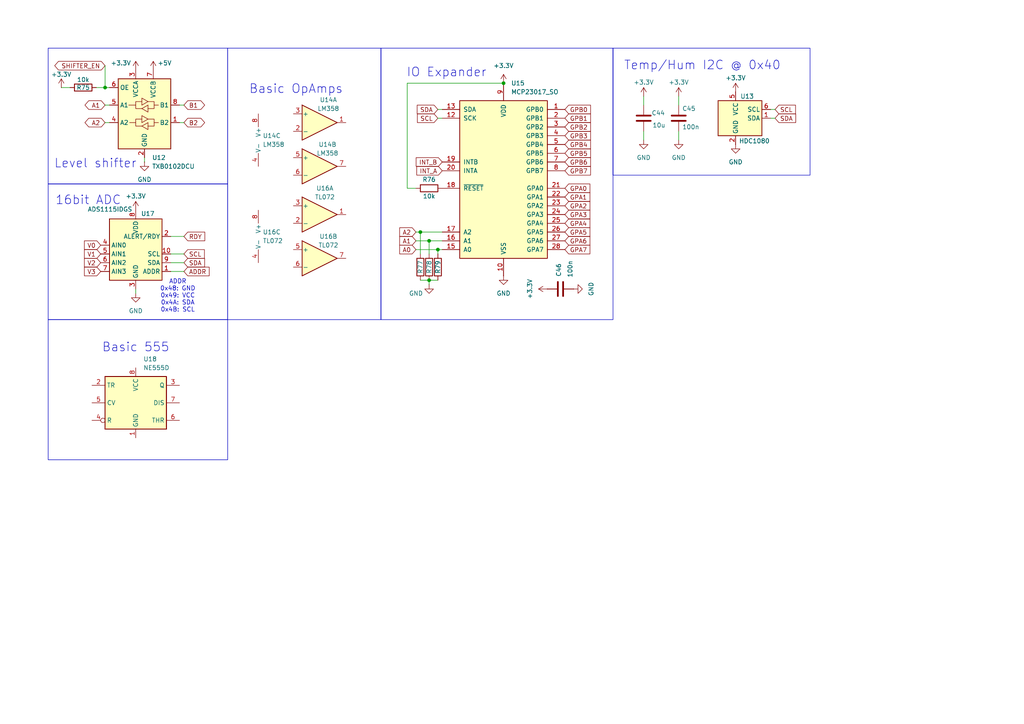
<source format=kicad_sch>
(kicad_sch (version 20231120) (generator "eeschema") (generator_version "8.0")
  (paper "A4")
  (lib_symbols
    (symbol "Amplifier_Operational:LM358" (pin_names (offset 0.127))
      (property "Reference" "U" (at 0 5.08 0))
      (property "Value" "LM358" (at 0 -5.08 0))
      (symbol "LM358_1_1"
        (polyline (pts (xy -5.08 5.08) (xy 5.08 0) (xy -5.08 -5.08) (xy -5.08 5.08)) (stroke (width 0.254)) (fill (type background)))
        (pin output line (at 7.62 0 180) (length 2.54) (name "~") (number "1"))
        (pin input line (at -7.62 -2.54 0) (length 2.54) (name "-") (number "2"))
        (pin input line (at -7.62 2.54 0) (length 2.54) (name "+") (number "3"))
      )
      (symbol "LM358_2_1"
        (polyline (pts (xy -5.08 5.08) (xy 5.08 0) (xy -5.08 -5.08) (xy -5.08 5.08)) (stroke (width 0.254)) (fill (type background)))
        (pin input line (at -7.62 2.54 0) (length 2.54) (name "+") (number "5"))
        (pin input line (at -7.62 -2.54 0) (length 2.54) (name "-") (number "6"))
        (pin output line (at 7.62 0 180) (length 2.54) (name "~") (number "7"))
      )
      (symbol "LM358_3_1"
        (pin power_in line (at -2.54 -7.62 90) (length 3.81) (name "V-") (number "4"))
        (pin power_in line (at -2.54 7.62 270) (length 3.81) (name "V+") (number "8"))
      )
    )
    (symbol "Amplifier_Operational:TL072" (pin_names (offset 0.127))
      (property "Reference" "U" (at 0 5.08 0))
      (property "Value" "TL072" (at 0 -5.08 0))
      (symbol "TL072_1_1"
        (polyline (pts (xy -5.08 5.08) (xy 5.08 0) (xy -5.08 -5.08) (xy -5.08 5.08)) (stroke (width 0.254)) (fill (type background)))
        (pin output line (at 7.62 0 180) (length 2.54) (name "~") (number "1"))
        (pin input line (at -7.62 -2.54 0) (length 2.54) (name "-") (number "2"))
        (pin input line (at -7.62 2.54 0) (length 2.54) (name "+") (number "3"))
      )
      (symbol "TL072_2_1"
        (polyline (pts (xy -5.08 5.08) (xy 5.08 0) (xy -5.08 -5.08) (xy -5.08 5.08)) (stroke (width 0.254)) (fill (type background)))
        (pin input line (at -7.62 2.54 0) (length 2.54) (name "+") (number "5"))
        (pin input line (at -7.62 -2.54 0) (length 2.54) (name "-") (number "6"))
        (pin output line (at 7.62 0 180) (length 2.54) (name "~") (number "7"))
      )
      (symbol "TL072_3_1"
        (pin power_in line (at -2.54 -7.62 90) (length 3.81) (name "V-") (number "4"))
        (pin power_in line (at -2.54 7.62 270) (length 3.81) (name "V+") (number "8"))
      )
    )
    (symbol "Analog_ADC:ADS1115IDGS"
      (property "Reference" "U" (at 2.54 13.97 0))
      (property "Value" "ADS1115IDGS" (at 7.62 11.43 0))
      (symbol "ADS1115IDGS_0_1"
        (rectangle (start -7.62 10.16) (end 7.62 -7.62) (stroke (width 0.254)) (fill (type background)))
      )
      (symbol "ADS1115IDGS_1_1"
        (pin input line (at 10.16 -5.08 180) (length 2.54) (name "ADDR") (number "1"))
        (pin input line (at 10.16 0 180) (length 2.54) (name "SCL") (number "10"))
        (pin output line (at 10.16 5.08 180) (length 2.54) (name "ALERT/RDY") (number "2"))
        (pin power_in line (at 0 -10.16 90) (length 2.54) (name "GND") (number "3"))
        (pin input line (at -10.16 2.54 0) (length 2.54) (name "AIN0") (number "4"))
        (pin input line (at -10.16 0 0) (length 2.54) (name "AIN1") (number "5"))
        (pin input line (at -10.16 -2.54 0) (length 2.54) (name "AIN2") (number "6"))
        (pin input line (at -10.16 -5.08 0) (length 2.54) (name "AIN3") (number "7"))
        (pin power_in line (at 0 12.7 270) (length 2.54) (name "VDD") (number "8"))
        (pin bidirectional line (at 10.16 -2.54 180) (length 2.54) (name "SDA") (number "9"))
      )
    )
    (symbol "Device:C" (pin_numbers hide) (pin_names (offset 0.254))
      (property "Reference" "C" (at 0.635 2.54 0))
      (property "Value" "C" (at 0.635 -2.54 0))
      (symbol "C_0_1"
        (polyline (pts (xy -2.032 -0.762) (xy 2.032 -0.762)) (stroke (width 0.508)))
        (polyline (pts (xy -2.032 0.762) (xy 2.032 0.762)) (stroke (width 0.508)))
      )
      (symbol "C_1_1"
        (pin passive line (at 0 3.81 270) (length 2.794) (name "~") (number "1"))
        (pin passive line (at 0 -3.81 90) (length 2.794) (name "~") (number "2"))
      )
    )
    (symbol "Device:R" (pin_numbers hide) (pin_names (offset 0))
      (property "Reference" "R" (at 2.032 0 90))
      (property "Value" "R" (at 0 0 90))
      (symbol "R_0_1"
        (rectangle (start -1.016 -2.54) (end 1.016 2.54) (stroke (width 0.254)))
      )
      (symbol "R_1_1"
        (pin passive line (at 0 3.81 270) (length 1.27) (name "~") (number "1"))
        (pin passive line (at 0 -3.81 90) (length 1.27) (name "~") (number "2"))
      )
    )
    (symbol "Interface_Expansion:MCP23017_SO" (pin_names (offset 1.016))
      (property "Reference" "U" (at -11.43 24.13 0))
      (property "Value" "MCP23017_SO" (at 0 0 0))
      (symbol "MCP23017_SO_0_1"
        (rectangle (start -12.7 22.86) (end 12.7 -22.86) (stroke (width 0.254)) (fill (type background)))
      )
      (symbol "MCP23017_SO_1_1"
        (pin bidirectional line (at 17.78 20.32 180) (length 5.08) (name "GPB0") (number "1"))
        (pin power_in line (at 0 -27.94 90) (length 5.08) (name "VSS") (number "10"))
        (pin no_connect line (at -12.7 15.24 0) (length 5.08) hide (name "NC") (number "11"))
        (pin input line (at -17.78 17.78 0) (length 5.08) (name "SCK") (number "12"))
        (pin bidirectional line (at -17.78 20.32 0) (length 5.08) (name "SDA") (number "13"))
        (pin no_connect line (at -12.7 12.7 0) (length 5.08) hide (name "NC") (number "14"))
        (pin input line (at -17.78 -20.32 0) (length 5.08) (name "A0") (number "15"))
        (pin input line (at -17.78 -17.78 0) (length 5.08) (name "A1") (number "16"))
        (pin input line (at -17.78 -15.24 0) (length 5.08) (name "A2") (number "17"))
        (pin input line (at -17.78 -2.54 0) (length 5.08) (name "~{RESET}") (number "18"))
        (pin tri_state line (at -17.78 5.08 0) (length 5.08) (name "INTB") (number "19"))
        (pin bidirectional line (at 17.78 17.78 180) (length 5.08) (name "GPB1") (number "2"))
        (pin tri_state line (at -17.78 2.54 0) (length 5.08) (name "INTA") (number "20"))
        (pin bidirectional line (at 17.78 -2.54 180) (length 5.08) (name "GPA0") (number "21"))
        (pin bidirectional line (at 17.78 -5.08 180) (length 5.08) (name "GPA1") (number "22"))
        (pin bidirectional line (at 17.78 -7.62 180) (length 5.08) (name "GPA2") (number "23"))
        (pin bidirectional line (at 17.78 -10.16 180) (length 5.08) (name "GPA3") (number "24"))
        (pin bidirectional line (at 17.78 -12.7 180) (length 5.08) (name "GPA4") (number "25"))
        (pin bidirectional line (at 17.78 -15.24 180) (length 5.08) (name "GPA5") (number "26"))
        (pin bidirectional line (at 17.78 -17.78 180) (length 5.08) (name "GPA6") (number "27"))
        (pin output line (at 17.78 -20.32 180) (length 5.08) (name "GPA7") (number "28"))
        (pin bidirectional line (at 17.78 15.24 180) (length 5.08) (name "GPB2") (number "3"))
        (pin bidirectional line (at 17.78 12.7 180) (length 5.08) (name "GPB3") (number "4"))
        (pin bidirectional line (at 17.78 10.16 180) (length 5.08) (name "GPB4") (number "5"))
        (pin bidirectional line (at 17.78 7.62 180) (length 5.08) (name "GPB5") (number "6"))
        (pin bidirectional line (at 17.78 5.08 180) (length 5.08) (name "GPB6") (number "7"))
        (pin output line (at 17.78 2.54 180) (length 5.08) (name "GPB7") (number "8"))
        (pin power_in line (at 0 27.94 270) (length 5.08) (name "VDD") (number "9"))
      )
    )
    (symbol "Logic_LevelTranslator:TXB0102DCU"
      (property "Reference" "U" (at -6.35 11.43 0))
      (property "Value" "TXB0102DCU" (at 3.81 11.43 0))
      (symbol "TXB0102DCU_0_1"
        (rectangle (start -7.62 10.16) (end 7.62 -10.16) (stroke (width 0.254)) (fill (type background)))
        (polyline (pts (xy -2.54 -2.54) (xy -2.54 -1.524) (xy -0.762 -1.524)))
        (polyline (pts (xy -2.54 2.54) (xy -2.54 3.556) (xy -0.762 3.556)))
        (polyline (pts (xy 2.794 -2.54) (xy 2.794 -3.556) (xy 1.016 -3.556)))
        (polyline (pts (xy 2.794 2.54) (xy 2.794 1.524) (xy 1.016 1.524)))
        (polyline (pts (xy -0.762 -3.556) (xy -2.54 -3.556) (xy -2.54 -2.54) (xy -4.318 -2.54)))
        (polyline (pts (xy -0.762 -2.54) (xy -0.762 -0.508) (xy 1.016 -1.524) (xy -0.762 -2.54)))
        (polyline (pts (xy -0.762 1.524) (xy -2.54 1.524) (xy -2.54 2.54) (xy -4.572 2.54)))
        (polyline (pts (xy -0.762 2.54) (xy -0.762 4.572) (xy 1.016 3.556) (xy -0.762 2.54)))
        (polyline (pts (xy 1.016 -2.54) (xy 1.016 -4.572) (xy -0.762 -3.556) (xy 1.016 -2.54)))
        (polyline (pts (xy 1.016 -1.524) (xy 2.794 -1.524) (xy 2.794 -2.54) (xy 4.064 -2.54)))
        (polyline (pts (xy 1.016 3.556) (xy 2.794 3.556) (xy 2.794 2.54) (xy 4.064 2.54)))
        (polyline (pts (xy 1.016 2.54) (xy 1.016 0.762) (xy 1.016 0.508) (xy -0.762 1.524) (xy 1.016 2.54)))
      )
      (symbol "TXB0102DCU_1_1"
        (pin bidirectional line (at 10.16 -2.54 180) (length 2.54) (name "B2") (number "1"))
        (pin power_in line (at 0 -12.7 90) (length 2.54) (name "GND") (number "2"))
        (pin power_in line (at -2.54 12.7 270) (length 2.54) (name "VCCA") (number "3"))
        (pin bidirectional line (at -10.16 -2.54 0) (length 2.54) (name "A2") (number "4"))
        (pin bidirectional line (at -10.16 2.54 0) (length 2.54) (name "A1") (number "5"))
        (pin input line (at -10.16 7.62 0) (length 2.54) (name "OE") (number "6"))
        (pin power_in line (at 2.54 12.7 270) (length 2.54) (name "VCCB") (number "7"))
        (pin bidirectional line (at 10.16 2.54 180) (length 2.54) (name "B1") (number "8"))
      )
    )
    (symbol "Sensor_Humidity:HDC1080"
      (property "Reference" "U" (at -6.35 6.35 0))
      (property "Value" "HDC1080" (at 3.81 6.35 0))
      (symbol "HDC1080_0_1"
        (rectangle (start -7.62 5.08) (end 5.08 -5.08) (stroke (width 0.254)) (fill (type background)))
      )
      (symbol "HDC1080_1_1"
        (pin bidirectional line (at 7.62 0 180) (length 2.54) (name "SDA") (number "1"))
        (pin power_in line (at -2.54 -7.62 90) (length 2.54) (name "GND") (number "2"))
        (pin no_connect line (at -7.62 0 0) (length 2.54) hide (name "NC") (number "3"))
        (pin no_connect line (at -7.62 -2.54 0) (length 2.54) hide (name "NC") (number "4"))
        (pin power_in line (at -2.54 7.62 270) (length 2.54) (name "VCC") (number "5"))
        (pin input line (at 7.62 2.54 180) (length 2.54) (name "SCL") (number "6"))
        (pin no_connect line (at -7.62 2.54 0) (length 2.54) hide (name "DAP") (number "7"))
      )
    )
    (symbol "Timer:NE555D"
      (property "Reference" "U" (at -10.16 8.89 0))
      (property "Value" "NE555D" (at 2.54 8.89 0))
      (symbol "NE555D_0_0"
        (pin power_in line (at 0 -10.16 90) (length 2.54) (name "GND") (number "1"))
        (pin power_in line (at 0 10.16 270) (length 2.54) (name "VCC") (number "8"))
      )
      (symbol "NE555D_0_1"
        (rectangle (start -8.89 -7.62) (end 8.89 7.62) (stroke (width 0.254)) (fill (type background)))
        (rectangle (start -8.89 -7.62) (end 8.89 7.62) (stroke (width 0.254)) (fill (type background)))
      )
      (symbol "NE555D_1_1"
        (pin input line (at -12.7 5.08 0) (length 3.81) (name "TR") (number "2"))
        (pin output line (at 12.7 5.08 180) (length 3.81) (name "Q") (number "3"))
        (pin input inverted (at -12.7 -5.08 0) (length 3.81) (name "R") (number "4"))
        (pin input line (at -12.7 0 0) (length 3.81) (name "CV") (number "5"))
        (pin input line (at 12.7 -5.08 180) (length 3.81) (name "THR") (number "6"))
        (pin input line (at 12.7 0 180) (length 3.81) (name "DIS") (number "7"))
      )
    )
    (symbol "power:+3.3V" (power) (pin_numbers hide) (pin_names (offset 0) hide)
      (property "Value" "+3.3V" (at 0 3.556 0))
      (symbol "+3.3V_0_1"
        (polyline (pts (xy -0.762 1.27) (xy 0 2.54)))
        (polyline (pts (xy 0 0) (xy 0 2.54)))
        (polyline (pts (xy 0 2.54) (xy 0.762 1.27)))
      )
      (symbol "+3.3V_1_1"
        (pin power_in line (at 0 0 90) (length 0) (name "~") (number "1"))
      )
    )
    (symbol "power:+5V" (power) (pin_names (offset 0))
      (property "Value" "+5V" (at 0 3.556 0))
      (symbol "+5V_0_1"
        (polyline (pts (xy -0.762 1.27) (xy 0 2.54)))
        (polyline (pts (xy 0 0) (xy 0 2.54)))
        (polyline (pts (xy 0 2.54) (xy 0.762 1.27)))
      )
      (symbol "+5V_1_1"
        (pin power_in line (at 0 0 90) (length 0) hide (name "+5V") (number "1"))
      )
    )
    (symbol "power:GND" (power) (pin_numbers hide) (pin_names (offset 0) hide)
      (property "Value" "GND" (at 0 -3.81 0))
      (symbol "GND_0_1"
        (polyline (pts (xy 0 0) (xy 0 -1.27) (xy 1.27 -1.27) (xy 0 -2.54) (xy -1.27 -1.27) (xy 0 -1.27)))
      )
      (symbol "GND_1_1"
        (pin power_in line (at 0 0 270) (length 0) (name "~") (number "1"))
      )
    )
  )
  (junction (at 124.46 81.28))
  (junction (at 146.05 24.13))
  (junction (at 127 72.39))
  (junction (at 124.46 69.85))
  (junction (at 30.48 25.4))
  (junction (at 121.92 67.31))
  (wire (pts (xy 53.34 30.48) (xy 52.07 30.48)))
  (wire (pts (xy 53.34 35.56) (xy 52.07 35.56)))
  (wire (pts (xy 128.27 69.85) (xy 124.46 69.85)))
  (wire (pts (xy 124.46 81.28) (xy 124.46 82.55)))
  (wire (pts (xy 17.78 25.4) (xy 20.32 25.4)))
  (wire (pts (xy 127 34.29) (xy 128.27 34.29)))
  (wire (pts (xy 49.53 73.66) (xy 53.34 73.66)))
  (wire (pts (xy 124.46 73.66) (xy 124.46 69.85)))
  (wire (pts (xy 121.92 67.31) (xy 120.65 67.31)))
  (wire (pts (xy 49.53 76.2) (xy 53.34 76.2)))
  (wire (pts (xy 124.46 69.85) (xy 120.65 69.85)))
  (wire (pts (xy 118.11 24.13) (xy 146.05 24.13)))
  (wire (pts (xy 39.37 83.82) (xy 39.37 85.09)))
  (wire (pts (xy 118.11 54.61) (xy 120.65 54.61)))
  (wire (pts (xy 186.69 27.94) (xy 186.69 30.48)))
  (wire (pts (xy 128.27 72.39) (xy 127 72.39)))
  (wire (pts (xy 127 81.28) (xy 124.46 81.28)))
  (wire (pts (xy 30.48 19.05) (xy 30.48 25.4)))
  (wire (pts (xy 49.53 68.58) (xy 53.34 68.58)))
  (wire (pts (xy 30.48 35.56) (xy 31.75 35.56)))
  (wire (pts (xy 128.27 67.31) (xy 121.92 67.31)))
  (wire (pts (xy 30.48 30.48) (xy 31.75 30.48)))
  (wire (pts (xy 196.85 40.64) (xy 196.85 38.1)))
  (wire (pts (xy 186.69 40.64) (xy 186.69 38.1)))
  (wire (pts (xy 27.94 25.4) (xy 30.48 25.4)))
  (wire (pts (xy 118.11 54.61) (xy 118.11 24.13)))
  (wire (pts (xy 49.53 78.74) (xy 53.34 78.74)))
  (wire (pts (xy 121.92 67.31) (xy 121.92 73.66)))
  (wire (pts (xy 124.46 81.28) (xy 121.92 81.28)))
  (wire (pts (xy 127 72.39) (xy 127 73.66)))
  (wire (pts (xy 223.52 31.75) (xy 224.79 31.75)))
  (wire (pts (xy 41.91 46.99) (xy 41.91 45.72)))
  (wire (pts (xy 223.52 34.29) (xy 224.79 34.29)))
  (wire (pts (xy 196.85 27.94) (xy 196.85 30.48)))
  (wire (pts (xy 127 72.39) (xy 120.65 72.39)))
  (wire (pts (xy 30.48 25.4) (xy 31.75 25.4)))
  (wire (pts (xy 127 31.75) (xy 128.27 31.75)))
  (rectangle (start 66.04 13.97) (end 110.49 92.71))
  (rectangle (start 110.49 13.97) (end 177.8 92.71))
  (rectangle (start 13.97 92.71) (end 66.04 133.35))
  (rectangle (start 177.8 13.97) (end 234.95 50.8))
  (rectangle (start 13.97 53.34) (end 66.04 92.71))
  (rectangle (start 13.97 13.97) (end 66.04 53.34))
  (text "Temp/Hum I2C @ 0x40" (at 203.708 19.05 0) (effects (font (size 2.54 2.54))))
  (text "ADDR\n0x48: GND\n0x49: VCC\n0x4A: SDA\n0x4B: SCL" (at 51.562 85.852 0) (effects (font (size 1.27 1.27))))
  (text "Basic OpAmps" (at 85.852 25.908 0) (effects (font (size 2.54 2.54))))
  (text "IO Expander" (at 129.54 21.082 0) (effects (font (size 2.54 2.54))))
  (text "Level shifter" (at 27.686 47.498 0) (effects (font (size 2.54 2.54))))
  (text "16bit ADC" (at 16.002 58.166 0) (effects (font (size 2.54 2.54)) (justify left)))
  (text "Basic 555" (at 39.37 100.838 0) (effects (font (size 2.54 2.54))))
  (global_label "B1" (shape bidirectional) (at 53.34 30.48 0) (property "Intersheetrefs" "${INTERSHEET_REFS}" (effects (hide yes))))
  (global_label "SDA" (shape input) (at 224.79 34.29 0) (property "Intersheetrefs" "${INTERSHEET_REFS}" (effects (hide yes))))
  (global_label "SHIFTER_EN" (shape bidirectional) (at 30.48 19.05 180) (property "Intersheetrefs" "${INTERSHEET_REFS}" (effects (hide yes))))
  (global_label "V2" (shape input) (at 29.21 76.2 180) (property "Intersheetrefs" "${INTERSHEET_REFS}" (effects (hide yes))))
  (global_label "A2" (shape bidirectional) (at 30.48 35.56 180) (property "Intersheetrefs" "${INTERSHEET_REFS}" (effects (hide yes))))
  (global_label "GPB5" (shape input) (at 163.83 44.45 0) (property "Intersheetrefs" "${INTERSHEET_REFS}" (effects (hide yes))))
  (global_label "SDA" (shape input) (at 53.34 76.2 0) (property "Intersheetrefs" "${INTERSHEET_REFS}" (effects (hide yes))))
  (global_label "GPA5" (shape input) (at 163.83 67.31 0) (property "Intersheetrefs" "${INTERSHEET_REFS}" (effects (hide yes))))
  (global_label "GPA1" (shape input) (at 163.83 57.15 0) (property "Intersheetrefs" "${INTERSHEET_REFS}" (effects (hide yes))))
  (global_label "GPB7" (shape input) (at 163.83 49.53 0) (property "Intersheetrefs" "${INTERSHEET_REFS}" (effects (hide yes))))
  (global_label "GPB0" (shape input) (at 163.83 31.75 0) (property "Intersheetrefs" "${INTERSHEET_REFS}" (effects (hide yes))))
  (global_label "GPA2" (shape input) (at 163.83 59.69 0) (property "Intersheetrefs" "${INTERSHEET_REFS}" (effects (hide yes))))
  (global_label "SDA" (shape input) (at 127 31.75 180) (property "Intersheetrefs" "${INTERSHEET_REFS}" (effects (hide yes))))
  (global_label "V1" (shape input) (at 29.21 73.66 180) (property "Intersheetrefs" "${INTERSHEET_REFS}" (effects (hide yes))))
  (global_label "SCL" (shape input) (at 224.79 31.75 0) (property "Intersheetrefs" "${INTERSHEET_REFS}" (effects (hide yes))))
  (global_label "GPB6" (shape input) (at 163.83 46.99 0) (property "Intersheetrefs" "${INTERSHEET_REFS}" (effects (hide yes))))
  (global_label "INT_B" (shape input) (at 128.27 46.99 180) (property "Intersheetrefs" "${INTERSHEET_REFS}" (effects (hide yes))))
  (global_label "GPB1" (shape input) (at 163.83 34.29 0) (property "Intersheetrefs" "${INTERSHEET_REFS}" (effects (hide yes))))
  (global_label "B2" (shape bidirectional) (at 53.34 35.56 0) (property "Intersheetrefs" "${INTERSHEET_REFS}" (effects (hide yes))))
  (global_label "INT_A" (shape input) (at 128.27 49.53 180) (property "Intersheetrefs" "${INTERSHEET_REFS}" (effects (hide yes))))
  (global_label "SCL" (shape input) (at 127 34.29 180) (property "Intersheetrefs" "${INTERSHEET_REFS}" (effects (hide yes))))
  (global_label "A0" (shape input) (at 120.65 72.39 180) (property "Intersheetrefs" "${INTERSHEET_REFS}" (effects (hide yes))))
  (global_label "GPA3" (shape input) (at 163.83 62.23 0) (property "Intersheetrefs" "${INTERSHEET_REFS}" (effects (hide yes))))
  (global_label "V0" (shape input) (at 29.21 71.12 180) (property "Intersheetrefs" "${INTERSHEET_REFS}" (effects (hide yes))))
  (global_label "GPA4" (shape input) (at 163.83 64.77 0) (property "Intersheetrefs" "${INTERSHEET_REFS}" (effects (hide yes))))
  (global_label "GPA6" (shape input) (at 163.83 69.85 0) (property "Intersheetrefs" "${INTERSHEET_REFS}" (effects (hide yes))))
  (global_label "GPB3" (shape input) (at 163.83 39.37 0) (property "Intersheetrefs" "${INTERSHEET_REFS}" (effects (hide yes))))
  (global_label "SCL" (shape input) (at 53.34 73.66 0) (property "Intersheetrefs" "${INTERSHEET_REFS}" (effects (hide yes))))
  (global_label "GPB2" (shape input) (at 163.83 36.83 0) (property "Intersheetrefs" "${INTERSHEET_REFS}" (effects (hide yes))))
  (global_label "ADDR" (shape input) (at 53.34 78.74 0) (property "Intersheetrefs" "${INTERSHEET_REFS}" (effects (hide yes))))
  (global_label "V3" (shape input) (at 29.21 78.74 180) (property "Intersheetrefs" "${INTERSHEET_REFS}" (effects (hide yes))))
  (global_label "GPB4" (shape input) (at 163.83 41.91 0) (property "Intersheetrefs" "${INTERSHEET_REFS}" (effects (hide yes))))
  (global_label "A2" (shape input) (at 120.65 67.31 180) (property "Intersheetrefs" "${INTERSHEET_REFS}" (effects (hide yes))))
  (global_label "A1" (shape input) (at 120.65 69.85 180) (property "Intersheetrefs" "${INTERSHEET_REFS}" (effects (hide yes))))
  (global_label "GPA0" (shape input) (at 163.83 54.61 0) (property "Intersheetrefs" "${INTERSHEET_REFS}" (effects (hide yes))))
  (global_label "GPA7" (shape input) (at 163.83 72.39 0) (property "Intersheetrefs" "${INTERSHEET_REFS}" (effects (hide yes))))
  (global_label "RDY" (shape input) (at 53.34 68.58 0) (property "Intersheetrefs" "${INTERSHEET_REFS}" (effects (hide yes))))
  (global_label "A1" (shape bidirectional) (at 30.48 30.48 180) (property "Intersheetrefs" "${INTERSHEET_REFS}" (effects (hide yes))))
  (symbol (lib_id "Timer:NE555D") (at 39.37 116.84 0) (unit 1)
    (property "Reference" "U18" (at 41.5641 104.14 0) (effects (justify left)))
    (property "Value" "NE555D" (at 41.5641 106.68 0) (effects (justify left)))
    (property "Footprint" "Package_SO:SOIC-8_3.9x4.9mm_P1.27mm" (effects (hide yes)))
    (property "Datasheet" "http://www.ti.com/lit/ds/symlink/ne555.pdf" (effects (hide yes)))
    (property "Description" "Precision Timers, 555 compatible, SOIC-8" (effects (hide yes)))
    (property "LCSC" "C7426" (effects (hide yes)))
  )
  (symbol (lib_id "power:+5V") (at 44.45 20.32 0) (unit 1)
    (property "Reference" "#PWR74" (effects (hide yes)))
    (property "Value" "+5V" (at 47.752 18.288 0))
  )
  (symbol (lib_id "Amplifier_Operational:LM358") (at 92.71 35.56 0) (unit 1)
    (property "Reference" "U14" (at 95.25 28.956 0))
    (property "Value" "LM358" (at 95.25 31.496 0))
    (property "Footprint" "Package_SO:SOIC-8_3.9x4.9mm_P1.27mm" (effects (hide yes)))
    (property "Datasheet" "http://www.ti.com/lit/ds/symlink/lm2904-n.pdf" (effects (hide yes)))
    (property "Description" "Low-Power, Dual Operational Amplifiers, DIP-8/SOIC-8/TO-99-8" (effects (hide yes)))
  )
  (symbol (lib_id "Logic_LevelTranslator:TXB0102DCU") (at 41.91 33.02 0) (unit 1)
    (property "Reference" "U12" (at 44.1041 45.72 0) (effects (justify left)))
    (property "Value" "TXB0102DCU" (at 44.1041 48.26 0) (effects (justify left)))
    (property "Footprint" "Package_SO:VSSOP-8_2.3x2mm_P0.5mm" (effects (hide yes)))
    (property "Datasheet" "http://www.ti.com/lit/ds/symlink/txb0102.pdf" (effects (hide yes)))
    (property "Description" "2-Bit Bidirectional Voltage-Level Translator With Auto Direction Sensing and ±15-kV ESD Protection, VSSOP-8" (effects (hide yes)))
    (property "LCSC" "C60709" (effects (hide yes)))
    (property "Observations" "Accepts other suppliers" (effects (hide yes)))
    (property "Manufacturer " "TI" (effects (hide yes)))
    (property "Mfr. Part Number" "TXB0102DCUR" (effects (hide yes)))
  )
  (symbol (lib_id "power:GND") (at 124.46 82.55 0) (mirror y) (unit 1)
    (property "Reference" "#PWR86" (effects (hide yes)))
    (property "Value" "GND" (at 120.65 85.09 0))
    (property "Description" "Power symbol creates a global label with name \"GND\" , ground" (effects (hide yes)))
  )
  (symbol (lib_id "Device:R") (at 121.92 77.47 0) (mirror y) (unit 1)
    (property "Reference" "R77" (at 121.92 77.47 90))
    (property "Value" "10k" (effects (hide yes)))
    (property "Footprint" "Resistor_SMD:R_0805_2012Metric" (effects (hide yes)))
    (property "Description" "Resistor" (effects (hide yes)))
    (property "LCSC" "C17414" (effects (hide yes)))
  )
  (symbol (lib_id "power:+3.3V") (at 39.37 20.32 0) (unit 1)
    (property "Reference" "#PWR73" (effects (hide yes)))
    (property "Value" "+3.3V" (at 35.052 18.288 0))
  )
  (symbol (lib_id "Sensor_Humidity:HDC1080") (at 215.9 34.29 0) (unit 1)
    (property "Reference" "U13" (at 218.694 27.94 0) (effects (justify right)))
    (property "Value" "HDC1080" (at 223.266 40.894 0) (effects (justify right)))
    (property "Footprint" "Package_SON:Texas_PWSON-N6" (effects (hide yes)))
    (property "Datasheet" "http://www.ti.com/lit/ds/symlink/hdc1080.pdf" (effects (hide yes)))
    (property "Description" "±2%RH -40℃~+125℃ 0%RH~100%RH I2C WSON-6(3x3) Humidity, Moisture Sensors RoHS" (effects (hide yes)))
    (property "LCSC" "C82227" (effects (hide yes)))
  )
  (symbol (lib_id "Device:C") (at 186.69 34.29 0) (unit 1)
    (property "Reference" "C44" (at 188.976 32.766 0) (effects (justify left)))
    (property "Value" "10u" (at 189.23 36.322 0) (effects (justify left)))
    (property "Footprint" "Capacitor_SMD:C_0805_2012Metric" (effects (hide yes)))
    (property "Description" "Unpolarized capacitor" (effects (hide yes)))
    (property "LCSC" "C162422" (effects (hide yes)))
  )
  (symbol (lib_id "power:GND") (at 213.36 41.91 0) (unit 1)
    (property "Reference" "#PWR82" (effects (hide yes)))
    (property "Value" "GND" (at 213.36 46.99 0))
    (property "Description" "Power symbol creates a global label with name \"GND\" , ground" (effects (hide yes)))
  )
  (symbol (lib_id "power:GND") (at 146.05 80.01 0) (unit 1)
    (property "Reference" "#PWR85" (effects (hide yes)))
    (property "Value" "GND" (at 146.05 85.09 0))
    (property "Description" "Power symbol creates a global label with name \"GND\" , ground" (effects (hide yes)))
  )
  (symbol (lib_id "Device:R") (at 124.46 54.61 90) (unit 1)
    (property "Reference" "R76" (at 124.46 52.07 90))
    (property "Value" "10k" (at 124.46 56.896 90))
    (property "Footprint" "Resistor_SMD:R_0805_2012Metric" (effects (hide yes)))
    (property "Description" "Resistor" (effects (hide yes)))
    (property "LCSC" "C17414" (effects (hide yes)))
  )
  (symbol (lib_id "power:GND") (at 39.37 85.09 0) (unit 1)
    (property "Reference" "#PWR89" (effects (hide yes)))
    (property "Value" "GND" (at 39.37 90.17 0))
    (property "Description" "Power symbol creates a global label with name \"GND\" , ground" (effects (hide yes)))
  )
  (symbol (lib_id "Device:R") (at 24.13 25.4 90) (mirror x) (unit 1)
    (property "Reference" "R75" (at 24.13 25.4 90))
    (property "Value" "10k" (at 24.13 23.114 90))
    (property "Footprint" "Resistor_SMD:R_0805_2012Metric" (effects (hide yes)))
    (property "Description" "10kΩ ±1% 125mW 0805 Thick Film Resistor" (effects (hide yes)))
    (property "LCSC" "C17414" (effects (hide yes)))
    (property "Observations" "Accepts other suppliers" (effects (hide yes)))
    (property "Manufacturer " "UNI-ROYAL" (effects (hide yes)))
    (property "Mfr. Part Number" "0805W8F1002T5E" (effects (hide yes)))
  )
  (symbol (lib_id "Device:R") (at 127 77.47 0) (mirror y) (unit 1)
    (property "Reference" "R79" (at 127 77.47 90))
    (property "Value" "10k" (effects (hide yes)))
    (property "Footprint" "Resistor_SMD:R_0805_2012Metric" (effects (hide yes)))
    (property "Description" "Resistor" (effects (hide yes)))
    (property "LCSC" "C17414" (effects (hide yes)))
  )
  (symbol (lib_id "power:+3.3V") (at 39.37 60.96 0) (unit 1)
    (property "Reference" "#PWR84" (effects (hide yes)))
    (property "Value" "+3.3V" (at 39.37 56.896 0))
    (property "Description" "Power symbol creates a global label with name \"+3.3V\"" (effects (hide yes)))
  )
  (symbol (lib_id "Amplifier_Operational:TL072") (at 77.47 68.58 0) (unit 3)
    (property "Reference" "U16" (at 76.2 67.3099 0) (effects (justify left)))
    (property "Value" "TL072" (at 76.2 69.8499 0) (effects (justify left)))
    (property "Footprint" "Package_SO:SO-8_5.3x6.2mm_P1.27mm" (effects (hide yes)))
    (property "Datasheet" "http://www.ti.com/lit/ds/symlink/tl071.pdf" (effects (hide yes)))
    (property "Description" "Dual Low-Noise JFET-Input Operational Amplifiers, DIP-8/SOIC-8" (effects (hide yes)))
    (property "LCSC" "C6961" (effects (hide yes)))
    (property "Observations" "Basic" (effects (hide yes)))
  )
  (symbol (lib_id "Device:R") (at 124.46 77.47 0) (mirror y) (unit 1)
    (property "Reference" "R78" (at 124.46 77.47 90))
    (property "Value" "10k" (effects (hide yes)))
    (property "Footprint" "Resistor_SMD:R_0805_2012Metric" (effects (hide yes)))
    (property "Description" "Resistor" (effects (hide yes)))
    (property "LCSC" "C17414" (effects (hide yes)))
  )
  (symbol (lib_id "power:+3.3V") (at 158.75 83.82 90) (unit 1)
    (property "Reference" "#PWR87" (effects (hide yes)))
    (property "Value" "+3.3V" (at 153.67 83.82 0))
    (property "Description" "Power symbol creates a global label with name \"+3.3V\"" (effects (hide yes)))
  )
  (symbol (lib_id "Device:C") (at 196.85 34.29 0) (unit 1)
    (property "Reference" "C45" (at 197.866 31.496 0) (effects (justify left)))
    (property "Value" "100n" (at 197.866 36.83 0) (effects (justify left)))
    (property "Footprint" "Capacitor_SMD:C_0402_1005Metric" (effects (hide yes)))
    (property "Description" "Unpolarized capacitor" (effects (hide yes)))
    (property "LCSC" "C1525" (effects (hide yes)))
  )
  (symbol (lib_id "power:+3.3V") (at 196.85 27.94 0) (unit 1)
    (property "Reference" "#PWR79" (effects (hide yes)))
    (property "Value" "+3.3V" (at 196.85 23.876 0))
    (property "Description" "Power symbol creates a global label with name \"+3.3V\"" (effects (hide yes)))
  )
  (symbol (lib_id "Analog_ADC:ADS1115IDGS") (at 39.37 73.66 0) (unit 1)
    (property "Reference" "U17" (at 40.894 61.976 0) (effects (justify left)))
    (property "Value" "ADS1115IDGS" (at 25.4 60.706 0) (effects (justify left)))
    (property "Footprint" "Package_SO:TSSOP-10_3x3mm_P0.5mm" (effects (hide yes)))
    (property "Datasheet" "http://www.ti.com/lit/ds/symlink/ads1113.pdf" (effects (hide yes)))
    (property "Description" "Ultra-Small, Low-Power, I2C-Compatible, 860-SPS, 16-Bit ADCs With Internal Reference, Oscillator, and Programmable Comparator, VSSOP-10" (effects (hide yes)))
    (property "LCSC" "C37593" (effects (hide yes)))
  )
  (symbol (lib_id "power:+3.3V") (at 213.36 26.67 0) (unit 1)
    (property "Reference" "#PWR77" (effects (hide yes)))
    (property "Value" "+3.3V" (at 213.36 22.606 0))
    (property "Description" "Power symbol creates a global label with name \"+3.3V\"" (effects (hide yes)))
  )
  (symbol (lib_id "power:+3.3V") (at 17.78 25.4 0) (unit 1)
    (property "Reference" "#PWR76" (effects (hide yes)))
    (property "Value" "+3.3V" (at 17.78 21.59 0))
  )
  (symbol (lib_id "Device:C") (at 162.56 83.82 90) (unit 1)
    (property "Reference" "C46" (at 162.052 80.264 0) (effects (justify left)))
    (property "Value" "100n" (at 165.354 80.518 0) (effects (justify left)))
    (property "Footprint" "Capacitor_SMD:C_0805_2012Metric" (effects (hide yes)))
    (property "Description" "Unpolarized capacitor" (effects (hide yes)))
    (property "LCSC" "C2909631" (effects (hide yes)))
  )
  (symbol (lib_id "power:GND") (at 186.69 40.64 0) (unit 1)
    (property "Reference" "#PWR80" (effects (hide yes)))
    (property "Value" "GND" (at 186.69 45.72 0))
    (property "Description" "Power symbol creates a global label with name \"GND\" , ground" (effects (hide yes)))
  )
  (symbol (lib_id "power:+3.3V") (at 186.69 27.94 0) (unit 1)
    (property "Reference" "#PWR78" (effects (hide yes)))
    (property "Value" "+3.3V" (at 186.69 23.876 0))
    (property "Description" "Power symbol creates a global label with name \"+3.3V\"" (effects (hide yes)))
  )
  (symbol (lib_id "Amplifier_Operational:TL072") (at 92.71 62.23 0) (unit 1)
    (property "Reference" "U16" (at 94.234 54.61 0))
    (property "Value" "TL072" (at 94.234 57.15 0))
    (property "Footprint" "Package_SO:SO-8_5.3x6.2mm_P1.27mm" (effects (hide yes)))
    (property "Datasheet" "http://www.ti.com/lit/ds/symlink/tl071.pdf" (effects (hide yes)))
    (property "Description" "Dual Low-Noise JFET-Input Operational Amplifiers, DIP-8/SOIC-8" (effects (hide yes)))
    (property "LCSC" "C6961" (effects (hide yes)))
    (property "Observations" "Basic" (effects (hide yes)))
  )
  (symbol (lib_id "Amplifier_Operational:LM358") (at 77.47 40.64 0) (unit 3)
    (property "Reference" "U14" (at 76.2 39.3699 0) (effects (justify left)))
    (property "Value" "LM358" (at 76.2 41.9099 0) (effects (justify left)))
    (property "Footprint" "Package_SO:SOIC-8_3.9x4.9mm_P1.27mm" (effects (hide yes)))
    (property "Datasheet" "http://www.ti.com/lit/ds/symlink/lm2904-n.pdf" (effects (hide yes)))
    (property "Description" "Low-Power, Dual Operational Amplifiers, DIP-8/SOIC-8/TO-99-8" (effects (hide yes)))
  )
  (symbol (lib_id "power:GND") (at 166.37 83.82 90) (unit 1)
    (property "Reference" "#PWR88" (effects (hide yes)))
    (property "Value" "GND" (at 171.45 83.82 0))
    (property "Description" "Power symbol creates a global label with name \"GND\" , ground" (effects (hide yes)))
  )
  (symbol (lib_id "Amplifier_Operational:LM358") (at 92.71 48.26 0) (unit 2)
    (property "Reference" "U14" (at 94.996 41.91 0))
    (property "Value" "LM358" (at 94.996 44.45 0))
    (property "Footprint" "Package_SO:SOIC-8_3.9x4.9mm_P1.27mm" (effects (hide yes)))
    (property "Datasheet" "http://www.ti.com/lit/ds/symlink/lm2904-n.pdf" (effects (hide yes)))
    (property "Description" "Low-Power, Dual Operational Amplifiers, DIP-8/SOIC-8/TO-99-8" (effects (hide yes)))
  )
  (symbol (lib_id "Amplifier_Operational:TL072") (at 92.71 74.93 0) (unit 2)
    (property "Reference" "U16" (at 95.25 68.58 0))
    (property "Value" "TL072" (at 95.25 71.12 0))
    (property "Footprint" "Package_SO:SO-8_5.3x6.2mm_P1.27mm" (effects (hide yes)))
    (property "Datasheet" "http://www.ti.com/lit/ds/symlink/tl071.pdf" (effects (hide yes)))
    (property "Description" "Dual Low-Noise JFET-Input Operational Amplifiers, DIP-8/SOIC-8" (effects (hide yes)))
    (property "LCSC" "C6961" (effects (hide yes)))
    (property "Observations" "Basic" (effects (hide yes)))
  )
  (symbol (lib_id "power:GND") (at 196.85 40.64 0) (unit 1)
    (property "Reference" "#PWR81" (effects (hide yes)))
    (property "Value" "GND" (at 196.85 45.72 0))
    (property "Description" "Power symbol creates a global label with name \"GND\" , ground" (effects (hide yes)))
  )
  (symbol (lib_id "Interface_Expansion:MCP23017_SO") (at 146.05 52.07 0) (unit 1)
    (property "Reference" "U15" (at 148.2441 24.13 0) (effects (justify left)))
    (property "Value" "MCP23017_SO" (at 148.2441 26.67 0) (effects (justify left)))
    (property "Footprint" "Package_SO:SSOP-28_5.3x10.2mm_P0.65mm" (effects (hide yes)))
    (property "Datasheet" "https://ww1.microchip.com/downloads/aemDocuments/documents/APID/ProductDocuments/DataSheets/MCP23017-Data-Sheet-DS20001952.pdf" (effects (hide yes)))
    (property "Description" "16-bit I/O expander, I2C, interrupts, w pull-ups, GPA/B7 output only (https://microchip.my.site.com/s/article/GPA7---GPB7-Cannot-Be-Used-as-Inputs-In-MCP23017),  SOIC-28" (effects (hide yes)))
    (property "LCSC" "C506653" (effects (hide yes)))
  )
  (symbol (lib_id "power:GND") (at 41.91 46.99 0) (unit 1)
    (property "Reference" "#PWR83" (effects (hide yes)))
    (property "Value" "GND" (at 41.91 52.07 0))
    (property "Description" "Power symbol creates a global label with name \"GND\" , ground" (effects (hide yes)))
  )
  (symbol (lib_id "power:+3.3V") (at 146.05 24.13 0) (unit 1)
    (property "Reference" "#PWR75" (effects (hide yes)))
    (property "Value" "+3.3V" (at 146.05 19.05 0))
    (property "Description" "Power symbol creates a global label with name \"+3.3V\"" (effects (hide yes)))
  )
)
</source>
